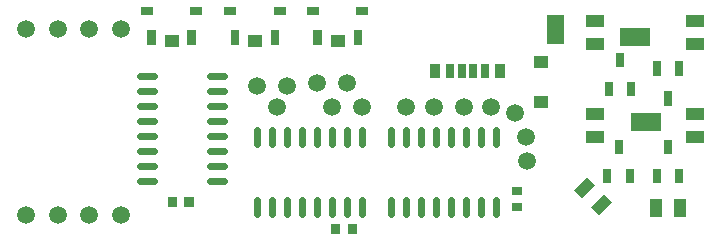
<source format=gtp>
G04 Layer: TopPasteMaskLayer*
G04 EasyEDA v6.5.1, 2022-03-27 10:56:29*
G04 5bdfba2922064175801a4ef29472edea,f5a38c858c354eb5b90fd3f81420cce3,10*
G04 Gerber Generator version 0.2*
G04 Scale: 100 percent, Rotated: No, Reflected: No *
G04 Dimensions in millimeters *
G04 leading zeros omitted , absolute positions ,4 integer and 5 decimal *
%FSLAX45Y45*%
%MOMM*%

%ADD15C,0.6000*%
%ADD17C,1.5000*%
%ADD20R,0.9000X0.8000*%
%ADD21R,0.7000X1.2500*%
%ADD22R,1.5500X1.0000*%
%ADD23R,1.0000X1.5500*%
%ADD24R,0.7000X1.2000*%
%ADD25R,1.1000X0.7000*%
%ADD26R,1.3000X1.0000*%
%ADD27R,0.9000X1.2000*%
%ADD28R,0.8000X1.2000*%
%ADD29R,2.5000X1.5000*%
%ADD30R,1.2000X1.0000*%

%LPD*%
D15*
X2319980Y-1485900D02*
G01*
X2439979Y-1485900D01*
X2319980Y-1358900D02*
G01*
X2439979Y-1358900D01*
X2319980Y-1231900D02*
G01*
X2439979Y-1231900D01*
X2319980Y-1104900D02*
G01*
X2439979Y-1104900D01*
X2319980Y-977900D02*
G01*
X2439979Y-977900D01*
X2319980Y-850900D02*
G01*
X2439979Y-850900D01*
X2319980Y-723900D02*
G01*
X2439979Y-723900D01*
X2319980Y-596900D02*
G01*
X2439979Y-596900D01*
X1725620Y-1485900D02*
G01*
X1845619Y-1485900D01*
X1725620Y-1358900D02*
G01*
X1845619Y-1358900D01*
X1725620Y-1231900D02*
G01*
X1845619Y-1231900D01*
X1725620Y-1104900D02*
G01*
X1845619Y-1104900D01*
X1725620Y-977900D02*
G01*
X1845619Y-977900D01*
X1725620Y-850900D02*
G01*
X1845619Y-850900D01*
X1725620Y-723900D02*
G01*
X1845619Y-723900D01*
X1725620Y-596900D02*
G01*
X1845619Y-596900D01*
X2717800Y-1646880D02*
G01*
X2717800Y-1766879D01*
X2844800Y-1646880D02*
G01*
X2844800Y-1766879D01*
X2971800Y-1646880D02*
G01*
X2971800Y-1766879D01*
X3098800Y-1646880D02*
G01*
X3098800Y-1766879D01*
X3225800Y-1646880D02*
G01*
X3225800Y-1766879D01*
X3352800Y-1646880D02*
G01*
X3352800Y-1766879D01*
X3479800Y-1646880D02*
G01*
X3479800Y-1766879D01*
X3606800Y-1646880D02*
G01*
X3606800Y-1766879D01*
X2717800Y-1052520D02*
G01*
X2717800Y-1172519D01*
X2844800Y-1052520D02*
G01*
X2844800Y-1172519D01*
X2971800Y-1052520D02*
G01*
X2971800Y-1172519D01*
X3098800Y-1052520D02*
G01*
X3098800Y-1172519D01*
X3225800Y-1052520D02*
G01*
X3225800Y-1172519D01*
X3352800Y-1052520D02*
G01*
X3352800Y-1172519D01*
X3479800Y-1052520D02*
G01*
X3479800Y-1172519D01*
X3606800Y-1052520D02*
G01*
X3606800Y-1172519D01*
X3848100Y-1646880D02*
G01*
X3848100Y-1766879D01*
X3975100Y-1646880D02*
G01*
X3975100Y-1766879D01*
X4102100Y-1646880D02*
G01*
X4102100Y-1766879D01*
X4229100Y-1646880D02*
G01*
X4229100Y-1766879D01*
X4356100Y-1646880D02*
G01*
X4356100Y-1766879D01*
X4483100Y-1646880D02*
G01*
X4483100Y-1766879D01*
X4610100Y-1646880D02*
G01*
X4610100Y-1766879D01*
X4737100Y-1646880D02*
G01*
X4737100Y-1766879D01*
X3848100Y-1052520D02*
G01*
X3848100Y-1172519D01*
X3975100Y-1052520D02*
G01*
X3975100Y-1172519D01*
X4102100Y-1052520D02*
G01*
X4102100Y-1172519D01*
X4229100Y-1052520D02*
G01*
X4229100Y-1172519D01*
X4356100Y-1052520D02*
G01*
X4356100Y-1172519D01*
X4483100Y-1052520D02*
G01*
X4483100Y-1172519D01*
X4610100Y-1052520D02*
G01*
X4610100Y-1172519D01*
X4737100Y-1052520D02*
G01*
X4737100Y-1172519D01*
D17*
G01*
X1028700Y-203200D03*
G01*
X1295400Y-203200D03*
G01*
X762000Y-203200D03*
G01*
X762000Y-1775002D03*
G01*
X1028700Y-1775002D03*
G01*
X1295400Y-1775002D03*
G01*
X1562100Y-1775002D03*
G01*
X1562100Y-203200D03*
G01*
X2717800Y-685800D03*
G01*
X2882900Y-863600D03*
G01*
X2971800Y-685800D03*
G01*
X3225800Y-660400D03*
G01*
X3352800Y-863600D03*
G01*
X3479800Y-660400D03*
G01*
X3606800Y-863600D03*
G01*
X5003800Y-1320800D03*
G01*
X4991100Y-1117600D03*
G01*
X4902200Y-914400D03*
G01*
X4699000Y-863600D03*
G01*
X4470400Y-863600D03*
G01*
X4216400Y-863600D03*
G01*
X3975100Y-863600D03*
G36*
X5170098Y-78198D02*
G01*
X5320098Y-78198D01*
X5320098Y-328201D01*
X5170098Y-328201D01*
G37*
G36*
X1960100Y-1618698D02*
G01*
X2040100Y-1618698D01*
X2040100Y-1708701D01*
X1960100Y-1708701D01*
G37*
G36*
X2100099Y-1618698D02*
G01*
X2180099Y-1618698D01*
X2180099Y-1708701D01*
X2100099Y-1708701D01*
G37*
G36*
X3344400Y-1847298D02*
G01*
X3424400Y-1847298D01*
X3424400Y-1937301D01*
X3344400Y-1937301D01*
G37*
G36*
X3484399Y-1847298D02*
G01*
X3564399Y-1847298D01*
X3564399Y-1937301D01*
X3484399Y-1937301D01*
G37*
D20*
G01*
X4914900Y-1568297D03*
G01*
X4914900Y-1708302D03*
D21*
G01*
X5791200Y-459231D03*
G01*
X5886195Y-709168D03*
G01*
X5696204Y-709168D03*
G01*
X5778500Y-1195831D03*
G01*
X5873495Y-1445768D03*
G01*
X5683504Y-1445768D03*
D22*
G01*
X5575300Y-1115999D03*
G01*
X5575300Y-916000D03*
G01*
X5575300Y-328599D03*
G01*
X5575300Y-128600D03*
G36*
X5472442Y-1632346D02*
G01*
X5401734Y-1561635D01*
X5511335Y-1452034D01*
X5582046Y-1522742D01*
G37*
G36*
X5613864Y-1773765D02*
G01*
X5543153Y-1703057D01*
X5652757Y-1593453D01*
X5723465Y-1664164D01*
G37*
D23*
G01*
X6097600Y-1714500D03*
G01*
X6297599Y-1714500D03*
D22*
G01*
X6426200Y-328599D03*
G01*
X6426200Y-128600D03*
G01*
X6426200Y-1115999D03*
G01*
X6426200Y-916000D03*
G36*
X6162598Y-722868D02*
G01*
X6232601Y-722868D01*
X6232601Y-847867D01*
X6162598Y-847867D01*
G37*
G36*
X6067602Y-472932D02*
G01*
X6137605Y-472932D01*
X6137605Y-597931D01*
X6067602Y-597931D01*
G37*
G36*
X6257594Y-472932D02*
G01*
X6327597Y-472932D01*
X6327597Y-597931D01*
X6257594Y-597931D01*
G37*
D21*
G01*
X6197600Y-1195831D03*
G01*
X6292595Y-1445768D03*
G01*
X6102604Y-1445768D03*
G36*
X1788899Y-212501D02*
G01*
X1858901Y-212501D01*
X1858901Y-332501D01*
X1788899Y-332501D01*
G37*
G36*
X2128898Y-212501D02*
G01*
X2198900Y-212501D01*
X2198900Y-332501D01*
X2128898Y-332501D01*
G37*
D25*
G01*
X2203907Y-47497D03*
G01*
X1783892Y-47497D03*
D26*
G01*
X1993900Y-302488D03*
G36*
X2494998Y-212501D02*
G01*
X2565001Y-212501D01*
X2565001Y-332501D01*
X2494998Y-332501D01*
G37*
G36*
X2834998Y-212501D02*
G01*
X2905000Y-212501D01*
X2905000Y-332501D01*
X2834998Y-332501D01*
G37*
D25*
G01*
X2910001Y-47497D03*
G01*
X2490012Y-47497D03*
D26*
G01*
X2699994Y-302488D03*
G36*
X3194999Y-212501D02*
G01*
X3265002Y-212501D01*
X3265002Y-332501D01*
X3194999Y-332501D01*
G37*
G36*
X3534999Y-212501D02*
G01*
X3605001Y-212501D01*
X3605001Y-332501D01*
X3534999Y-332501D01*
G37*
D25*
G01*
X3610000Y-47497D03*
G01*
X3190011Y-47497D03*
D26*
G01*
X3399993Y-302488D03*
D27*
G01*
X4774996Y-554989D03*
D28*
G01*
X4652009Y-554989D03*
D24*
G01*
X4550003Y-554989D03*
G01*
X4450003Y-554989D03*
D28*
G01*
X4347997Y-554989D03*
D27*
G01*
X4225010Y-554989D03*
D29*
G01*
X5918200Y-266700D03*
G01*
X6007100Y-990600D03*
D30*
G01*
X5118100Y-817702D03*
G01*
X5118100Y-477697D03*
M02*

</source>
